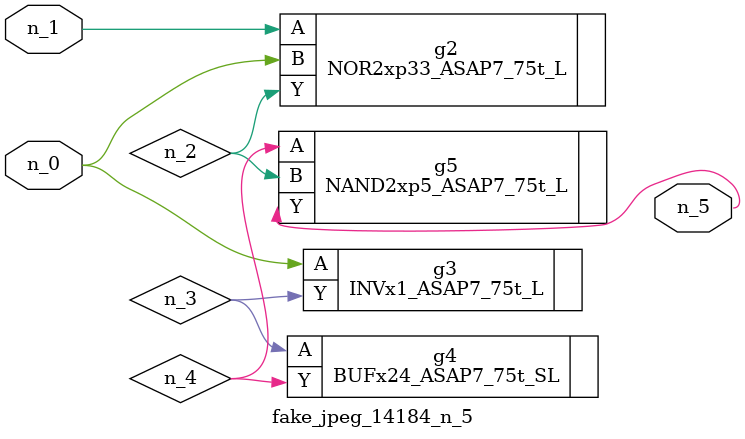
<source format=v>
module fake_jpeg_14184_n_5 (n_0, n_1, n_5);

input n_0;
input n_1;

output n_5;

wire n_2;
wire n_3;
wire n_4;

NOR2xp33_ASAP7_75t_L g2 ( 
.A(n_1),
.B(n_0),
.Y(n_2)
);

INVx1_ASAP7_75t_L g3 ( 
.A(n_0),
.Y(n_3)
);

BUFx24_ASAP7_75t_SL g4 ( 
.A(n_3),
.Y(n_4)
);

NAND2xp5_ASAP7_75t_L g5 ( 
.A(n_4),
.B(n_2),
.Y(n_5)
);


endmodule
</source>
